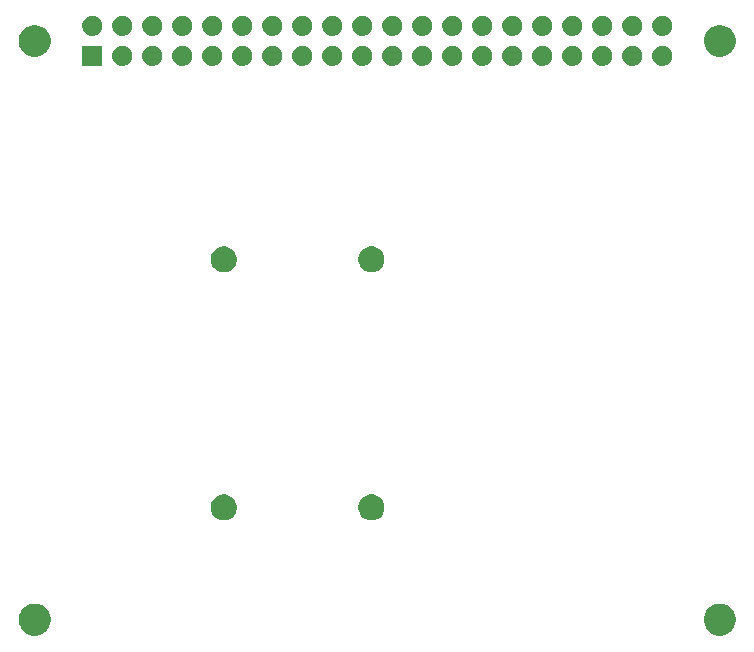
<source format=gbs>
G04 #@! TF.GenerationSoftware,KiCad,Pcbnew,(5.0.2)-1*
G04 #@! TF.CreationDate,2019-03-22T12:59:56+11:00*
G04 #@! TF.ProjectId,VeinCamHat,5665696e-4361-46d4-9861-742e6b696361,rev?*
G04 #@! TF.SameCoordinates,Original*
G04 #@! TF.FileFunction,Soldermask,Bot*
G04 #@! TF.FilePolarity,Negative*
%FSLAX46Y46*%
G04 Gerber Fmt 4.6, Leading zero omitted, Abs format (unit mm)*
G04 Created by KiCad (PCBNEW (5.0.2)-1) date 22/03/2019 12:59:56*
%MOMM*%
%LPD*%
G01*
G04 APERTURE LIST*
%ADD10C,0.150000*%
G04 APERTURE END LIST*
D10*
G36*
X261893779Y-145201879D02*
X262139466Y-145303646D01*
X262360576Y-145451387D01*
X262548613Y-145639424D01*
X262696354Y-145860534D01*
X262798121Y-146106221D01*
X262850000Y-146367035D01*
X262850000Y-146632965D01*
X262798121Y-146893779D01*
X262696354Y-147139466D01*
X262548613Y-147360576D01*
X262360576Y-147548613D01*
X262139466Y-147696354D01*
X261893779Y-147798121D01*
X261632965Y-147850000D01*
X261367035Y-147850000D01*
X261106221Y-147798121D01*
X260860534Y-147696354D01*
X260639424Y-147548613D01*
X260451387Y-147360576D01*
X260303646Y-147139466D01*
X260201879Y-146893779D01*
X260150000Y-146632965D01*
X260150000Y-146367035D01*
X260201879Y-146106221D01*
X260303646Y-145860534D01*
X260451387Y-145639424D01*
X260639424Y-145451387D01*
X260860534Y-145303646D01*
X261106221Y-145201879D01*
X261367035Y-145150000D01*
X261632965Y-145150000D01*
X261893779Y-145201879D01*
X261893779Y-145201879D01*
G37*
G36*
X203893779Y-145201879D02*
X204139466Y-145303646D01*
X204360576Y-145451387D01*
X204548613Y-145639424D01*
X204696354Y-145860534D01*
X204798121Y-146106221D01*
X204850000Y-146367035D01*
X204850000Y-146632965D01*
X204798121Y-146893779D01*
X204696354Y-147139466D01*
X204548613Y-147360576D01*
X204360576Y-147548613D01*
X204139466Y-147696354D01*
X203893779Y-147798121D01*
X203632965Y-147850000D01*
X203367035Y-147850000D01*
X203106221Y-147798121D01*
X202860534Y-147696354D01*
X202639424Y-147548613D01*
X202451387Y-147360576D01*
X202303646Y-147139466D01*
X202201879Y-146893779D01*
X202150000Y-146632965D01*
X202150000Y-146367035D01*
X202201879Y-146106221D01*
X202303646Y-145860534D01*
X202451387Y-145639424D01*
X202639424Y-145451387D01*
X202860534Y-145303646D01*
X203106221Y-145201879D01*
X203367035Y-145150000D01*
X203632965Y-145150000D01*
X203893779Y-145201879D01*
X203893779Y-145201879D01*
G37*
G36*
X232320858Y-135942272D02*
X232462411Y-136000906D01*
X232521045Y-136025193D01*
X232640884Y-136105267D01*
X232701211Y-136145576D01*
X232854424Y-136298789D01*
X232854425Y-136298791D01*
X232974807Y-136478955D01*
X232974807Y-136478956D01*
X233057728Y-136679142D01*
X233100000Y-136891659D01*
X233100000Y-137108341D01*
X233057728Y-137320858D01*
X232999094Y-137462411D01*
X232974807Y-137521045D01*
X232894733Y-137640884D01*
X232854424Y-137701211D01*
X232701211Y-137854424D01*
X232640884Y-137894733D01*
X232521045Y-137974807D01*
X232462411Y-137999094D01*
X232320858Y-138057728D01*
X232108341Y-138100000D01*
X231891659Y-138100000D01*
X231679142Y-138057728D01*
X231537589Y-137999094D01*
X231478955Y-137974807D01*
X231359116Y-137894733D01*
X231298789Y-137854424D01*
X231145576Y-137701211D01*
X231105267Y-137640884D01*
X231025193Y-137521045D01*
X231000906Y-137462411D01*
X230942272Y-137320858D01*
X230900000Y-137108341D01*
X230900000Y-136891659D01*
X230942272Y-136679142D01*
X231025193Y-136478956D01*
X231025193Y-136478955D01*
X231145575Y-136298791D01*
X231145576Y-136298789D01*
X231298789Y-136145576D01*
X231359116Y-136105267D01*
X231478955Y-136025193D01*
X231537589Y-136000906D01*
X231679142Y-135942272D01*
X231891659Y-135900000D01*
X232108341Y-135900000D01*
X232320858Y-135942272D01*
X232320858Y-135942272D01*
G37*
G36*
X219820858Y-135942272D02*
X219962411Y-136000906D01*
X220021045Y-136025193D01*
X220140884Y-136105267D01*
X220201211Y-136145576D01*
X220354424Y-136298789D01*
X220354425Y-136298791D01*
X220474807Y-136478955D01*
X220474807Y-136478956D01*
X220557728Y-136679142D01*
X220600000Y-136891659D01*
X220600000Y-137108341D01*
X220557728Y-137320858D01*
X220499094Y-137462411D01*
X220474807Y-137521045D01*
X220394733Y-137640884D01*
X220354424Y-137701211D01*
X220201211Y-137854424D01*
X220140884Y-137894733D01*
X220021045Y-137974807D01*
X219962411Y-137999094D01*
X219820858Y-138057728D01*
X219608341Y-138100000D01*
X219391659Y-138100000D01*
X219179142Y-138057728D01*
X219037589Y-137999094D01*
X218978955Y-137974807D01*
X218859116Y-137894733D01*
X218798789Y-137854424D01*
X218645576Y-137701211D01*
X218605267Y-137640884D01*
X218525193Y-137521045D01*
X218500906Y-137462411D01*
X218442272Y-137320858D01*
X218400000Y-137108341D01*
X218400000Y-136891659D01*
X218442272Y-136679142D01*
X218525193Y-136478956D01*
X218525193Y-136478955D01*
X218645575Y-136298791D01*
X218645576Y-136298789D01*
X218798789Y-136145576D01*
X218859116Y-136105267D01*
X218978955Y-136025193D01*
X219037589Y-136000906D01*
X219179142Y-135942272D01*
X219391659Y-135900000D01*
X219608341Y-135900000D01*
X219820858Y-135942272D01*
X219820858Y-135942272D01*
G37*
G36*
X232320858Y-114942272D02*
X232462411Y-115000906D01*
X232521045Y-115025193D01*
X232640884Y-115105267D01*
X232701211Y-115145576D01*
X232854424Y-115298789D01*
X232854425Y-115298791D01*
X232974807Y-115478955D01*
X232974807Y-115478956D01*
X233057728Y-115679142D01*
X233100000Y-115891659D01*
X233100000Y-116108341D01*
X233057728Y-116320858D01*
X232999094Y-116462411D01*
X232974807Y-116521045D01*
X232894733Y-116640884D01*
X232854424Y-116701211D01*
X232701211Y-116854424D01*
X232640884Y-116894733D01*
X232521045Y-116974807D01*
X232462411Y-116999094D01*
X232320858Y-117057728D01*
X232108341Y-117100000D01*
X231891659Y-117100000D01*
X231679142Y-117057728D01*
X231537589Y-116999094D01*
X231478955Y-116974807D01*
X231359116Y-116894733D01*
X231298789Y-116854424D01*
X231145576Y-116701211D01*
X231105267Y-116640884D01*
X231025193Y-116521045D01*
X231000906Y-116462411D01*
X230942272Y-116320858D01*
X230900000Y-116108341D01*
X230900000Y-115891659D01*
X230942272Y-115679142D01*
X231025193Y-115478956D01*
X231025193Y-115478955D01*
X231145575Y-115298791D01*
X231145576Y-115298789D01*
X231298789Y-115145576D01*
X231359116Y-115105267D01*
X231478955Y-115025193D01*
X231537589Y-115000906D01*
X231679142Y-114942272D01*
X231891659Y-114900000D01*
X232108341Y-114900000D01*
X232320858Y-114942272D01*
X232320858Y-114942272D01*
G37*
G36*
X219820858Y-114942272D02*
X219962411Y-115000906D01*
X220021045Y-115025193D01*
X220140884Y-115105267D01*
X220201211Y-115145576D01*
X220354424Y-115298789D01*
X220354425Y-115298791D01*
X220474807Y-115478955D01*
X220474807Y-115478956D01*
X220557728Y-115679142D01*
X220600000Y-115891659D01*
X220600000Y-116108341D01*
X220557728Y-116320858D01*
X220499094Y-116462411D01*
X220474807Y-116521045D01*
X220394733Y-116640884D01*
X220354424Y-116701211D01*
X220201211Y-116854424D01*
X220140884Y-116894733D01*
X220021045Y-116974807D01*
X219962411Y-116999094D01*
X219820858Y-117057728D01*
X219608341Y-117100000D01*
X219391659Y-117100000D01*
X219179142Y-117057728D01*
X219037589Y-116999094D01*
X218978955Y-116974807D01*
X218859116Y-116894733D01*
X218798789Y-116854424D01*
X218645576Y-116701211D01*
X218605267Y-116640884D01*
X218525193Y-116521045D01*
X218500906Y-116462411D01*
X218442272Y-116320858D01*
X218400000Y-116108341D01*
X218400000Y-115891659D01*
X218442272Y-115679142D01*
X218525193Y-115478956D01*
X218525193Y-115478955D01*
X218645575Y-115298791D01*
X218645576Y-115298789D01*
X218798789Y-115145576D01*
X218859116Y-115105267D01*
X218978955Y-115025193D01*
X219037589Y-115000906D01*
X219179142Y-114942272D01*
X219391659Y-114900000D01*
X219608341Y-114900000D01*
X219820858Y-114942272D01*
X219820858Y-114942272D01*
G37*
G36*
X254256629Y-97932299D02*
X254379563Y-97969591D01*
X254416855Y-97980903D01*
X254470712Y-98009691D01*
X254564517Y-98059830D01*
X254693948Y-98166052D01*
X254800170Y-98295483D01*
X254850309Y-98389288D01*
X254879097Y-98443145D01*
X254879097Y-98443146D01*
X254927701Y-98603371D01*
X254944112Y-98770000D01*
X254927701Y-98936629D01*
X254890409Y-99059563D01*
X254879097Y-99096855D01*
X254850309Y-99150712D01*
X254800170Y-99244517D01*
X254693948Y-99373948D01*
X254564517Y-99480170D01*
X254470712Y-99530309D01*
X254416855Y-99559097D01*
X254379563Y-99570409D01*
X254256629Y-99607701D01*
X254131753Y-99620000D01*
X254048247Y-99620000D01*
X253923371Y-99607701D01*
X253800437Y-99570409D01*
X253763145Y-99559097D01*
X253709288Y-99530309D01*
X253615483Y-99480170D01*
X253486052Y-99373948D01*
X253379830Y-99244517D01*
X253329691Y-99150712D01*
X253300903Y-99096855D01*
X253289591Y-99059563D01*
X253252299Y-98936629D01*
X253235888Y-98770000D01*
X253252299Y-98603371D01*
X253300903Y-98443146D01*
X253300903Y-98443145D01*
X253329691Y-98389288D01*
X253379830Y-98295483D01*
X253486052Y-98166052D01*
X253615483Y-98059830D01*
X253709288Y-98009691D01*
X253763145Y-97980903D01*
X253800437Y-97969591D01*
X253923371Y-97932299D01*
X254048247Y-97920000D01*
X254131753Y-97920000D01*
X254256629Y-97932299D01*
X254256629Y-97932299D01*
G37*
G36*
X256796629Y-97932299D02*
X256919563Y-97969591D01*
X256956855Y-97980903D01*
X257010712Y-98009691D01*
X257104517Y-98059830D01*
X257233948Y-98166052D01*
X257340170Y-98295483D01*
X257390309Y-98389288D01*
X257419097Y-98443145D01*
X257419097Y-98443146D01*
X257467701Y-98603371D01*
X257484112Y-98770000D01*
X257467701Y-98936629D01*
X257430409Y-99059563D01*
X257419097Y-99096855D01*
X257390309Y-99150712D01*
X257340170Y-99244517D01*
X257233948Y-99373948D01*
X257104517Y-99480170D01*
X257010712Y-99530309D01*
X256956855Y-99559097D01*
X256919563Y-99570409D01*
X256796629Y-99607701D01*
X256671753Y-99620000D01*
X256588247Y-99620000D01*
X256463371Y-99607701D01*
X256340437Y-99570409D01*
X256303145Y-99559097D01*
X256249288Y-99530309D01*
X256155483Y-99480170D01*
X256026052Y-99373948D01*
X255919830Y-99244517D01*
X255869691Y-99150712D01*
X255840903Y-99096855D01*
X255829591Y-99059563D01*
X255792299Y-98936629D01*
X255775888Y-98770000D01*
X255792299Y-98603371D01*
X255840903Y-98443146D01*
X255840903Y-98443145D01*
X255869691Y-98389288D01*
X255919830Y-98295483D01*
X256026052Y-98166052D01*
X256155483Y-98059830D01*
X256249288Y-98009691D01*
X256303145Y-97980903D01*
X256340437Y-97969591D01*
X256463371Y-97932299D01*
X256588247Y-97920000D01*
X256671753Y-97920000D01*
X256796629Y-97932299D01*
X256796629Y-97932299D01*
G37*
G36*
X251716629Y-97932299D02*
X251839563Y-97969591D01*
X251876855Y-97980903D01*
X251930712Y-98009691D01*
X252024517Y-98059830D01*
X252153948Y-98166052D01*
X252260170Y-98295483D01*
X252310309Y-98389288D01*
X252339097Y-98443145D01*
X252339097Y-98443146D01*
X252387701Y-98603371D01*
X252404112Y-98770000D01*
X252387701Y-98936629D01*
X252350409Y-99059563D01*
X252339097Y-99096855D01*
X252310309Y-99150712D01*
X252260170Y-99244517D01*
X252153948Y-99373948D01*
X252024517Y-99480170D01*
X251930712Y-99530309D01*
X251876855Y-99559097D01*
X251839563Y-99570409D01*
X251716629Y-99607701D01*
X251591753Y-99620000D01*
X251508247Y-99620000D01*
X251383371Y-99607701D01*
X251260437Y-99570409D01*
X251223145Y-99559097D01*
X251169288Y-99530309D01*
X251075483Y-99480170D01*
X250946052Y-99373948D01*
X250839830Y-99244517D01*
X250789691Y-99150712D01*
X250760903Y-99096855D01*
X250749591Y-99059563D01*
X250712299Y-98936629D01*
X250695888Y-98770000D01*
X250712299Y-98603371D01*
X250760903Y-98443146D01*
X250760903Y-98443145D01*
X250789691Y-98389288D01*
X250839830Y-98295483D01*
X250946052Y-98166052D01*
X251075483Y-98059830D01*
X251169288Y-98009691D01*
X251223145Y-97980903D01*
X251260437Y-97969591D01*
X251383371Y-97932299D01*
X251508247Y-97920000D01*
X251591753Y-97920000D01*
X251716629Y-97932299D01*
X251716629Y-97932299D01*
G37*
G36*
X249176629Y-97932299D02*
X249299563Y-97969591D01*
X249336855Y-97980903D01*
X249390712Y-98009691D01*
X249484517Y-98059830D01*
X249613948Y-98166052D01*
X249720170Y-98295483D01*
X249770309Y-98389288D01*
X249799097Y-98443145D01*
X249799097Y-98443146D01*
X249847701Y-98603371D01*
X249864112Y-98770000D01*
X249847701Y-98936629D01*
X249810409Y-99059563D01*
X249799097Y-99096855D01*
X249770309Y-99150712D01*
X249720170Y-99244517D01*
X249613948Y-99373948D01*
X249484517Y-99480170D01*
X249390712Y-99530309D01*
X249336855Y-99559097D01*
X249299563Y-99570409D01*
X249176629Y-99607701D01*
X249051753Y-99620000D01*
X248968247Y-99620000D01*
X248843371Y-99607701D01*
X248720437Y-99570409D01*
X248683145Y-99559097D01*
X248629288Y-99530309D01*
X248535483Y-99480170D01*
X248406052Y-99373948D01*
X248299830Y-99244517D01*
X248249691Y-99150712D01*
X248220903Y-99096855D01*
X248209591Y-99059563D01*
X248172299Y-98936629D01*
X248155888Y-98770000D01*
X248172299Y-98603371D01*
X248220903Y-98443146D01*
X248220903Y-98443145D01*
X248249691Y-98389288D01*
X248299830Y-98295483D01*
X248406052Y-98166052D01*
X248535483Y-98059830D01*
X248629288Y-98009691D01*
X248683145Y-97980903D01*
X248720437Y-97969591D01*
X248843371Y-97932299D01*
X248968247Y-97920000D01*
X249051753Y-97920000D01*
X249176629Y-97932299D01*
X249176629Y-97932299D01*
G37*
G36*
X246636629Y-97932299D02*
X246759563Y-97969591D01*
X246796855Y-97980903D01*
X246850712Y-98009691D01*
X246944517Y-98059830D01*
X247073948Y-98166052D01*
X247180170Y-98295483D01*
X247230309Y-98389288D01*
X247259097Y-98443145D01*
X247259097Y-98443146D01*
X247307701Y-98603371D01*
X247324112Y-98770000D01*
X247307701Y-98936629D01*
X247270409Y-99059563D01*
X247259097Y-99096855D01*
X247230309Y-99150712D01*
X247180170Y-99244517D01*
X247073948Y-99373948D01*
X246944517Y-99480170D01*
X246850712Y-99530309D01*
X246796855Y-99559097D01*
X246759563Y-99570409D01*
X246636629Y-99607701D01*
X246511753Y-99620000D01*
X246428247Y-99620000D01*
X246303371Y-99607701D01*
X246180437Y-99570409D01*
X246143145Y-99559097D01*
X246089288Y-99530309D01*
X245995483Y-99480170D01*
X245866052Y-99373948D01*
X245759830Y-99244517D01*
X245709691Y-99150712D01*
X245680903Y-99096855D01*
X245669591Y-99059563D01*
X245632299Y-98936629D01*
X245615888Y-98770000D01*
X245632299Y-98603371D01*
X245680903Y-98443146D01*
X245680903Y-98443145D01*
X245709691Y-98389288D01*
X245759830Y-98295483D01*
X245866052Y-98166052D01*
X245995483Y-98059830D01*
X246089288Y-98009691D01*
X246143145Y-97980903D01*
X246180437Y-97969591D01*
X246303371Y-97932299D01*
X246428247Y-97920000D01*
X246511753Y-97920000D01*
X246636629Y-97932299D01*
X246636629Y-97932299D01*
G37*
G36*
X241556629Y-97932299D02*
X241679563Y-97969591D01*
X241716855Y-97980903D01*
X241770712Y-98009691D01*
X241864517Y-98059830D01*
X241993948Y-98166052D01*
X242100170Y-98295483D01*
X242150309Y-98389288D01*
X242179097Y-98443145D01*
X242179097Y-98443146D01*
X242227701Y-98603371D01*
X242244112Y-98770000D01*
X242227701Y-98936629D01*
X242190409Y-99059563D01*
X242179097Y-99096855D01*
X242150309Y-99150712D01*
X242100170Y-99244517D01*
X241993948Y-99373948D01*
X241864517Y-99480170D01*
X241770712Y-99530309D01*
X241716855Y-99559097D01*
X241679563Y-99570409D01*
X241556629Y-99607701D01*
X241431753Y-99620000D01*
X241348247Y-99620000D01*
X241223371Y-99607701D01*
X241100437Y-99570409D01*
X241063145Y-99559097D01*
X241009288Y-99530309D01*
X240915483Y-99480170D01*
X240786052Y-99373948D01*
X240679830Y-99244517D01*
X240629691Y-99150712D01*
X240600903Y-99096855D01*
X240589591Y-99059563D01*
X240552299Y-98936629D01*
X240535888Y-98770000D01*
X240552299Y-98603371D01*
X240600903Y-98443146D01*
X240600903Y-98443145D01*
X240629691Y-98389288D01*
X240679830Y-98295483D01*
X240786052Y-98166052D01*
X240915483Y-98059830D01*
X241009288Y-98009691D01*
X241063145Y-97980903D01*
X241100437Y-97969591D01*
X241223371Y-97932299D01*
X241348247Y-97920000D01*
X241431753Y-97920000D01*
X241556629Y-97932299D01*
X241556629Y-97932299D01*
G37*
G36*
X239016629Y-97932299D02*
X239139563Y-97969591D01*
X239176855Y-97980903D01*
X239230712Y-98009691D01*
X239324517Y-98059830D01*
X239453948Y-98166052D01*
X239560170Y-98295483D01*
X239610309Y-98389288D01*
X239639097Y-98443145D01*
X239639097Y-98443146D01*
X239687701Y-98603371D01*
X239704112Y-98770000D01*
X239687701Y-98936629D01*
X239650409Y-99059563D01*
X239639097Y-99096855D01*
X239610309Y-99150712D01*
X239560170Y-99244517D01*
X239453948Y-99373948D01*
X239324517Y-99480170D01*
X239230712Y-99530309D01*
X239176855Y-99559097D01*
X239139563Y-99570409D01*
X239016629Y-99607701D01*
X238891753Y-99620000D01*
X238808247Y-99620000D01*
X238683371Y-99607701D01*
X238560437Y-99570409D01*
X238523145Y-99559097D01*
X238469288Y-99530309D01*
X238375483Y-99480170D01*
X238246052Y-99373948D01*
X238139830Y-99244517D01*
X238089691Y-99150712D01*
X238060903Y-99096855D01*
X238049591Y-99059563D01*
X238012299Y-98936629D01*
X237995888Y-98770000D01*
X238012299Y-98603371D01*
X238060903Y-98443146D01*
X238060903Y-98443145D01*
X238089691Y-98389288D01*
X238139830Y-98295483D01*
X238246052Y-98166052D01*
X238375483Y-98059830D01*
X238469288Y-98009691D01*
X238523145Y-97980903D01*
X238560437Y-97969591D01*
X238683371Y-97932299D01*
X238808247Y-97920000D01*
X238891753Y-97920000D01*
X239016629Y-97932299D01*
X239016629Y-97932299D01*
G37*
G36*
X236476629Y-97932299D02*
X236599563Y-97969591D01*
X236636855Y-97980903D01*
X236690712Y-98009691D01*
X236784517Y-98059830D01*
X236913948Y-98166052D01*
X237020170Y-98295483D01*
X237070309Y-98389288D01*
X237099097Y-98443145D01*
X237099097Y-98443146D01*
X237147701Y-98603371D01*
X237164112Y-98770000D01*
X237147701Y-98936629D01*
X237110409Y-99059563D01*
X237099097Y-99096855D01*
X237070309Y-99150712D01*
X237020170Y-99244517D01*
X236913948Y-99373948D01*
X236784517Y-99480170D01*
X236690712Y-99530309D01*
X236636855Y-99559097D01*
X236599563Y-99570409D01*
X236476629Y-99607701D01*
X236351753Y-99620000D01*
X236268247Y-99620000D01*
X236143371Y-99607701D01*
X236020437Y-99570409D01*
X235983145Y-99559097D01*
X235929288Y-99530309D01*
X235835483Y-99480170D01*
X235706052Y-99373948D01*
X235599830Y-99244517D01*
X235549691Y-99150712D01*
X235520903Y-99096855D01*
X235509591Y-99059563D01*
X235472299Y-98936629D01*
X235455888Y-98770000D01*
X235472299Y-98603371D01*
X235520903Y-98443146D01*
X235520903Y-98443145D01*
X235549691Y-98389288D01*
X235599830Y-98295483D01*
X235706052Y-98166052D01*
X235835483Y-98059830D01*
X235929288Y-98009691D01*
X235983145Y-97980903D01*
X236020437Y-97969591D01*
X236143371Y-97932299D01*
X236268247Y-97920000D01*
X236351753Y-97920000D01*
X236476629Y-97932299D01*
X236476629Y-97932299D01*
G37*
G36*
X233936629Y-97932299D02*
X234059563Y-97969591D01*
X234096855Y-97980903D01*
X234150712Y-98009691D01*
X234244517Y-98059830D01*
X234373948Y-98166052D01*
X234480170Y-98295483D01*
X234530309Y-98389288D01*
X234559097Y-98443145D01*
X234559097Y-98443146D01*
X234607701Y-98603371D01*
X234624112Y-98770000D01*
X234607701Y-98936629D01*
X234570409Y-99059563D01*
X234559097Y-99096855D01*
X234530309Y-99150712D01*
X234480170Y-99244517D01*
X234373948Y-99373948D01*
X234244517Y-99480170D01*
X234150712Y-99530309D01*
X234096855Y-99559097D01*
X234059563Y-99570409D01*
X233936629Y-99607701D01*
X233811753Y-99620000D01*
X233728247Y-99620000D01*
X233603371Y-99607701D01*
X233480437Y-99570409D01*
X233443145Y-99559097D01*
X233389288Y-99530309D01*
X233295483Y-99480170D01*
X233166052Y-99373948D01*
X233059830Y-99244517D01*
X233009691Y-99150712D01*
X232980903Y-99096855D01*
X232969591Y-99059563D01*
X232932299Y-98936629D01*
X232915888Y-98770000D01*
X232932299Y-98603371D01*
X232980903Y-98443146D01*
X232980903Y-98443145D01*
X233009691Y-98389288D01*
X233059830Y-98295483D01*
X233166052Y-98166052D01*
X233295483Y-98059830D01*
X233389288Y-98009691D01*
X233443145Y-97980903D01*
X233480437Y-97969591D01*
X233603371Y-97932299D01*
X233728247Y-97920000D01*
X233811753Y-97920000D01*
X233936629Y-97932299D01*
X233936629Y-97932299D01*
G37*
G36*
X231396629Y-97932299D02*
X231519563Y-97969591D01*
X231556855Y-97980903D01*
X231610712Y-98009691D01*
X231704517Y-98059830D01*
X231833948Y-98166052D01*
X231940170Y-98295483D01*
X231990309Y-98389288D01*
X232019097Y-98443145D01*
X232019097Y-98443146D01*
X232067701Y-98603371D01*
X232084112Y-98770000D01*
X232067701Y-98936629D01*
X232030409Y-99059563D01*
X232019097Y-99096855D01*
X231990309Y-99150712D01*
X231940170Y-99244517D01*
X231833948Y-99373948D01*
X231704517Y-99480170D01*
X231610712Y-99530309D01*
X231556855Y-99559097D01*
X231519563Y-99570409D01*
X231396629Y-99607701D01*
X231271753Y-99620000D01*
X231188247Y-99620000D01*
X231063371Y-99607701D01*
X230940437Y-99570409D01*
X230903145Y-99559097D01*
X230849288Y-99530309D01*
X230755483Y-99480170D01*
X230626052Y-99373948D01*
X230519830Y-99244517D01*
X230469691Y-99150712D01*
X230440903Y-99096855D01*
X230429591Y-99059563D01*
X230392299Y-98936629D01*
X230375888Y-98770000D01*
X230392299Y-98603371D01*
X230440903Y-98443146D01*
X230440903Y-98443145D01*
X230469691Y-98389288D01*
X230519830Y-98295483D01*
X230626052Y-98166052D01*
X230755483Y-98059830D01*
X230849288Y-98009691D01*
X230903145Y-97980903D01*
X230940437Y-97969591D01*
X231063371Y-97932299D01*
X231188247Y-97920000D01*
X231271753Y-97920000D01*
X231396629Y-97932299D01*
X231396629Y-97932299D01*
G37*
G36*
X226316629Y-97932299D02*
X226439563Y-97969591D01*
X226476855Y-97980903D01*
X226530712Y-98009691D01*
X226624517Y-98059830D01*
X226753948Y-98166052D01*
X226860170Y-98295483D01*
X226910309Y-98389288D01*
X226939097Y-98443145D01*
X226939097Y-98443146D01*
X226987701Y-98603371D01*
X227004112Y-98770000D01*
X226987701Y-98936629D01*
X226950409Y-99059563D01*
X226939097Y-99096855D01*
X226910309Y-99150712D01*
X226860170Y-99244517D01*
X226753948Y-99373948D01*
X226624517Y-99480170D01*
X226530712Y-99530309D01*
X226476855Y-99559097D01*
X226439563Y-99570409D01*
X226316629Y-99607701D01*
X226191753Y-99620000D01*
X226108247Y-99620000D01*
X225983371Y-99607701D01*
X225860437Y-99570409D01*
X225823145Y-99559097D01*
X225769288Y-99530309D01*
X225675483Y-99480170D01*
X225546052Y-99373948D01*
X225439830Y-99244517D01*
X225389691Y-99150712D01*
X225360903Y-99096855D01*
X225349591Y-99059563D01*
X225312299Y-98936629D01*
X225295888Y-98770000D01*
X225312299Y-98603371D01*
X225360903Y-98443146D01*
X225360903Y-98443145D01*
X225389691Y-98389288D01*
X225439830Y-98295483D01*
X225546052Y-98166052D01*
X225675483Y-98059830D01*
X225769288Y-98009691D01*
X225823145Y-97980903D01*
X225860437Y-97969591D01*
X225983371Y-97932299D01*
X226108247Y-97920000D01*
X226191753Y-97920000D01*
X226316629Y-97932299D01*
X226316629Y-97932299D01*
G37*
G36*
X223776629Y-97932299D02*
X223899563Y-97969591D01*
X223936855Y-97980903D01*
X223990712Y-98009691D01*
X224084517Y-98059830D01*
X224213948Y-98166052D01*
X224320170Y-98295483D01*
X224370309Y-98389288D01*
X224399097Y-98443145D01*
X224399097Y-98443146D01*
X224447701Y-98603371D01*
X224464112Y-98770000D01*
X224447701Y-98936629D01*
X224410409Y-99059563D01*
X224399097Y-99096855D01*
X224370309Y-99150712D01*
X224320170Y-99244517D01*
X224213948Y-99373948D01*
X224084517Y-99480170D01*
X223990712Y-99530309D01*
X223936855Y-99559097D01*
X223899563Y-99570409D01*
X223776629Y-99607701D01*
X223651753Y-99620000D01*
X223568247Y-99620000D01*
X223443371Y-99607701D01*
X223320437Y-99570409D01*
X223283145Y-99559097D01*
X223229288Y-99530309D01*
X223135483Y-99480170D01*
X223006052Y-99373948D01*
X222899830Y-99244517D01*
X222849691Y-99150712D01*
X222820903Y-99096855D01*
X222809591Y-99059563D01*
X222772299Y-98936629D01*
X222755888Y-98770000D01*
X222772299Y-98603371D01*
X222820903Y-98443146D01*
X222820903Y-98443145D01*
X222849691Y-98389288D01*
X222899830Y-98295483D01*
X223006052Y-98166052D01*
X223135483Y-98059830D01*
X223229288Y-98009691D01*
X223283145Y-97980903D01*
X223320437Y-97969591D01*
X223443371Y-97932299D01*
X223568247Y-97920000D01*
X223651753Y-97920000D01*
X223776629Y-97932299D01*
X223776629Y-97932299D01*
G37*
G36*
X221236629Y-97932299D02*
X221359563Y-97969591D01*
X221396855Y-97980903D01*
X221450712Y-98009691D01*
X221544517Y-98059830D01*
X221673948Y-98166052D01*
X221780170Y-98295483D01*
X221830309Y-98389288D01*
X221859097Y-98443145D01*
X221859097Y-98443146D01*
X221907701Y-98603371D01*
X221924112Y-98770000D01*
X221907701Y-98936629D01*
X221870409Y-99059563D01*
X221859097Y-99096855D01*
X221830309Y-99150712D01*
X221780170Y-99244517D01*
X221673948Y-99373948D01*
X221544517Y-99480170D01*
X221450712Y-99530309D01*
X221396855Y-99559097D01*
X221359563Y-99570409D01*
X221236629Y-99607701D01*
X221111753Y-99620000D01*
X221028247Y-99620000D01*
X220903371Y-99607701D01*
X220780437Y-99570409D01*
X220743145Y-99559097D01*
X220689288Y-99530309D01*
X220595483Y-99480170D01*
X220466052Y-99373948D01*
X220359830Y-99244517D01*
X220309691Y-99150712D01*
X220280903Y-99096855D01*
X220269591Y-99059563D01*
X220232299Y-98936629D01*
X220215888Y-98770000D01*
X220232299Y-98603371D01*
X220280903Y-98443146D01*
X220280903Y-98443145D01*
X220309691Y-98389288D01*
X220359830Y-98295483D01*
X220466052Y-98166052D01*
X220595483Y-98059830D01*
X220689288Y-98009691D01*
X220743145Y-97980903D01*
X220780437Y-97969591D01*
X220903371Y-97932299D01*
X221028247Y-97920000D01*
X221111753Y-97920000D01*
X221236629Y-97932299D01*
X221236629Y-97932299D01*
G37*
G36*
X218696629Y-97932299D02*
X218819563Y-97969591D01*
X218856855Y-97980903D01*
X218910712Y-98009691D01*
X219004517Y-98059830D01*
X219133948Y-98166052D01*
X219240170Y-98295483D01*
X219290309Y-98389288D01*
X219319097Y-98443145D01*
X219319097Y-98443146D01*
X219367701Y-98603371D01*
X219384112Y-98770000D01*
X219367701Y-98936629D01*
X219330409Y-99059563D01*
X219319097Y-99096855D01*
X219290309Y-99150712D01*
X219240170Y-99244517D01*
X219133948Y-99373948D01*
X219004517Y-99480170D01*
X218910712Y-99530309D01*
X218856855Y-99559097D01*
X218819563Y-99570409D01*
X218696629Y-99607701D01*
X218571753Y-99620000D01*
X218488247Y-99620000D01*
X218363371Y-99607701D01*
X218240437Y-99570409D01*
X218203145Y-99559097D01*
X218149288Y-99530309D01*
X218055483Y-99480170D01*
X217926052Y-99373948D01*
X217819830Y-99244517D01*
X217769691Y-99150712D01*
X217740903Y-99096855D01*
X217729591Y-99059563D01*
X217692299Y-98936629D01*
X217675888Y-98770000D01*
X217692299Y-98603371D01*
X217740903Y-98443146D01*
X217740903Y-98443145D01*
X217769691Y-98389288D01*
X217819830Y-98295483D01*
X217926052Y-98166052D01*
X218055483Y-98059830D01*
X218149288Y-98009691D01*
X218203145Y-97980903D01*
X218240437Y-97969591D01*
X218363371Y-97932299D01*
X218488247Y-97920000D01*
X218571753Y-97920000D01*
X218696629Y-97932299D01*
X218696629Y-97932299D01*
G37*
G36*
X216156629Y-97932299D02*
X216279563Y-97969591D01*
X216316855Y-97980903D01*
X216370712Y-98009691D01*
X216464517Y-98059830D01*
X216593948Y-98166052D01*
X216700170Y-98295483D01*
X216750309Y-98389288D01*
X216779097Y-98443145D01*
X216779097Y-98443146D01*
X216827701Y-98603371D01*
X216844112Y-98770000D01*
X216827701Y-98936629D01*
X216790409Y-99059563D01*
X216779097Y-99096855D01*
X216750309Y-99150712D01*
X216700170Y-99244517D01*
X216593948Y-99373948D01*
X216464517Y-99480170D01*
X216370712Y-99530309D01*
X216316855Y-99559097D01*
X216279563Y-99570409D01*
X216156629Y-99607701D01*
X216031753Y-99620000D01*
X215948247Y-99620000D01*
X215823371Y-99607701D01*
X215700437Y-99570409D01*
X215663145Y-99559097D01*
X215609288Y-99530309D01*
X215515483Y-99480170D01*
X215386052Y-99373948D01*
X215279830Y-99244517D01*
X215229691Y-99150712D01*
X215200903Y-99096855D01*
X215189591Y-99059563D01*
X215152299Y-98936629D01*
X215135888Y-98770000D01*
X215152299Y-98603371D01*
X215200903Y-98443146D01*
X215200903Y-98443145D01*
X215229691Y-98389288D01*
X215279830Y-98295483D01*
X215386052Y-98166052D01*
X215515483Y-98059830D01*
X215609288Y-98009691D01*
X215663145Y-97980903D01*
X215700437Y-97969591D01*
X215823371Y-97932299D01*
X215948247Y-97920000D01*
X216031753Y-97920000D01*
X216156629Y-97932299D01*
X216156629Y-97932299D01*
G37*
G36*
X213616629Y-97932299D02*
X213739563Y-97969591D01*
X213776855Y-97980903D01*
X213830712Y-98009691D01*
X213924517Y-98059830D01*
X214053948Y-98166052D01*
X214160170Y-98295483D01*
X214210309Y-98389288D01*
X214239097Y-98443145D01*
X214239097Y-98443146D01*
X214287701Y-98603371D01*
X214304112Y-98770000D01*
X214287701Y-98936629D01*
X214250409Y-99059563D01*
X214239097Y-99096855D01*
X214210309Y-99150712D01*
X214160170Y-99244517D01*
X214053948Y-99373948D01*
X213924517Y-99480170D01*
X213830712Y-99530309D01*
X213776855Y-99559097D01*
X213739563Y-99570409D01*
X213616629Y-99607701D01*
X213491753Y-99620000D01*
X213408247Y-99620000D01*
X213283371Y-99607701D01*
X213160437Y-99570409D01*
X213123145Y-99559097D01*
X213069288Y-99530309D01*
X212975483Y-99480170D01*
X212846052Y-99373948D01*
X212739830Y-99244517D01*
X212689691Y-99150712D01*
X212660903Y-99096855D01*
X212649591Y-99059563D01*
X212612299Y-98936629D01*
X212595888Y-98770000D01*
X212612299Y-98603371D01*
X212660903Y-98443146D01*
X212660903Y-98443145D01*
X212689691Y-98389288D01*
X212739830Y-98295483D01*
X212846052Y-98166052D01*
X212975483Y-98059830D01*
X213069288Y-98009691D01*
X213123145Y-97980903D01*
X213160437Y-97969591D01*
X213283371Y-97932299D01*
X213408247Y-97920000D01*
X213491753Y-97920000D01*
X213616629Y-97932299D01*
X213616629Y-97932299D01*
G37*
G36*
X211076629Y-97932299D02*
X211199563Y-97969591D01*
X211236855Y-97980903D01*
X211290712Y-98009691D01*
X211384517Y-98059830D01*
X211513948Y-98166052D01*
X211620170Y-98295483D01*
X211670309Y-98389288D01*
X211699097Y-98443145D01*
X211699097Y-98443146D01*
X211747701Y-98603371D01*
X211764112Y-98770000D01*
X211747701Y-98936629D01*
X211710409Y-99059563D01*
X211699097Y-99096855D01*
X211670309Y-99150712D01*
X211620170Y-99244517D01*
X211513948Y-99373948D01*
X211384517Y-99480170D01*
X211290712Y-99530309D01*
X211236855Y-99559097D01*
X211199563Y-99570409D01*
X211076629Y-99607701D01*
X210951753Y-99620000D01*
X210868247Y-99620000D01*
X210743371Y-99607701D01*
X210620437Y-99570409D01*
X210583145Y-99559097D01*
X210529288Y-99530309D01*
X210435483Y-99480170D01*
X210306052Y-99373948D01*
X210199830Y-99244517D01*
X210149691Y-99150712D01*
X210120903Y-99096855D01*
X210109591Y-99059563D01*
X210072299Y-98936629D01*
X210055888Y-98770000D01*
X210072299Y-98603371D01*
X210120903Y-98443146D01*
X210120903Y-98443145D01*
X210149691Y-98389288D01*
X210199830Y-98295483D01*
X210306052Y-98166052D01*
X210435483Y-98059830D01*
X210529288Y-98009691D01*
X210583145Y-97980903D01*
X210620437Y-97969591D01*
X210743371Y-97932299D01*
X210868247Y-97920000D01*
X210951753Y-97920000D01*
X211076629Y-97932299D01*
X211076629Y-97932299D01*
G37*
G36*
X244096629Y-97932299D02*
X244219563Y-97969591D01*
X244256855Y-97980903D01*
X244310712Y-98009691D01*
X244404517Y-98059830D01*
X244533948Y-98166052D01*
X244640170Y-98295483D01*
X244690309Y-98389288D01*
X244719097Y-98443145D01*
X244719097Y-98443146D01*
X244767701Y-98603371D01*
X244784112Y-98770000D01*
X244767701Y-98936629D01*
X244730409Y-99059563D01*
X244719097Y-99096855D01*
X244690309Y-99150712D01*
X244640170Y-99244517D01*
X244533948Y-99373948D01*
X244404517Y-99480170D01*
X244310712Y-99530309D01*
X244256855Y-99559097D01*
X244219563Y-99570409D01*
X244096629Y-99607701D01*
X243971753Y-99620000D01*
X243888247Y-99620000D01*
X243763371Y-99607701D01*
X243640437Y-99570409D01*
X243603145Y-99559097D01*
X243549288Y-99530309D01*
X243455483Y-99480170D01*
X243326052Y-99373948D01*
X243219830Y-99244517D01*
X243169691Y-99150712D01*
X243140903Y-99096855D01*
X243129591Y-99059563D01*
X243092299Y-98936629D01*
X243075888Y-98770000D01*
X243092299Y-98603371D01*
X243140903Y-98443146D01*
X243140903Y-98443145D01*
X243169691Y-98389288D01*
X243219830Y-98295483D01*
X243326052Y-98166052D01*
X243455483Y-98059830D01*
X243549288Y-98009691D01*
X243603145Y-97980903D01*
X243640437Y-97969591D01*
X243763371Y-97932299D01*
X243888247Y-97920000D01*
X243971753Y-97920000D01*
X244096629Y-97932299D01*
X244096629Y-97932299D01*
G37*
G36*
X209220000Y-99620000D02*
X207520000Y-99620000D01*
X207520000Y-97920000D01*
X209220000Y-97920000D01*
X209220000Y-99620000D01*
X209220000Y-99620000D01*
G37*
G36*
X228856629Y-97932299D02*
X228979563Y-97969591D01*
X229016855Y-97980903D01*
X229070712Y-98009691D01*
X229164517Y-98059830D01*
X229293948Y-98166052D01*
X229400170Y-98295483D01*
X229450309Y-98389288D01*
X229479097Y-98443145D01*
X229479097Y-98443146D01*
X229527701Y-98603371D01*
X229544112Y-98770000D01*
X229527701Y-98936629D01*
X229490409Y-99059563D01*
X229479097Y-99096855D01*
X229450309Y-99150712D01*
X229400170Y-99244517D01*
X229293948Y-99373948D01*
X229164517Y-99480170D01*
X229070712Y-99530309D01*
X229016855Y-99559097D01*
X228979563Y-99570409D01*
X228856629Y-99607701D01*
X228731753Y-99620000D01*
X228648247Y-99620000D01*
X228523371Y-99607701D01*
X228400437Y-99570409D01*
X228363145Y-99559097D01*
X228309288Y-99530309D01*
X228215483Y-99480170D01*
X228086052Y-99373948D01*
X227979830Y-99244517D01*
X227929691Y-99150712D01*
X227900903Y-99096855D01*
X227889591Y-99059563D01*
X227852299Y-98936629D01*
X227835888Y-98770000D01*
X227852299Y-98603371D01*
X227900903Y-98443146D01*
X227900903Y-98443145D01*
X227929691Y-98389288D01*
X227979830Y-98295483D01*
X228086052Y-98166052D01*
X228215483Y-98059830D01*
X228309288Y-98009691D01*
X228363145Y-97980903D01*
X228400437Y-97969591D01*
X228523371Y-97932299D01*
X228648247Y-97920000D01*
X228731753Y-97920000D01*
X228856629Y-97932299D01*
X228856629Y-97932299D01*
G37*
G36*
X261893779Y-96201879D02*
X262139466Y-96303646D01*
X262360576Y-96451387D01*
X262548613Y-96639424D01*
X262696354Y-96860534D01*
X262798121Y-97106221D01*
X262850000Y-97367035D01*
X262850000Y-97632965D01*
X262798121Y-97893779D01*
X262696354Y-98139466D01*
X262548613Y-98360576D01*
X262360576Y-98548613D01*
X262139466Y-98696354D01*
X261893779Y-98798121D01*
X261632965Y-98850000D01*
X261367035Y-98850000D01*
X261106221Y-98798121D01*
X260860534Y-98696354D01*
X260639424Y-98548613D01*
X260451387Y-98360576D01*
X260303646Y-98139466D01*
X260201879Y-97893779D01*
X260150000Y-97632965D01*
X260150000Y-97367035D01*
X260201879Y-97106221D01*
X260303646Y-96860534D01*
X260451387Y-96639424D01*
X260639424Y-96451387D01*
X260860534Y-96303646D01*
X261106221Y-96201879D01*
X261367035Y-96150000D01*
X261632965Y-96150000D01*
X261893779Y-96201879D01*
X261893779Y-96201879D01*
G37*
G36*
X203893779Y-96201879D02*
X204139466Y-96303646D01*
X204360576Y-96451387D01*
X204548613Y-96639424D01*
X204696354Y-96860534D01*
X204798121Y-97106221D01*
X204850000Y-97367035D01*
X204850000Y-97632965D01*
X204798121Y-97893779D01*
X204696354Y-98139466D01*
X204548613Y-98360576D01*
X204360576Y-98548613D01*
X204139466Y-98696354D01*
X203893779Y-98798121D01*
X203632965Y-98850000D01*
X203367035Y-98850000D01*
X203106221Y-98798121D01*
X202860534Y-98696354D01*
X202639424Y-98548613D01*
X202451387Y-98360576D01*
X202303646Y-98139466D01*
X202201879Y-97893779D01*
X202150000Y-97632965D01*
X202150000Y-97367035D01*
X202201879Y-97106221D01*
X202303646Y-96860534D01*
X202451387Y-96639424D01*
X202639424Y-96451387D01*
X202860534Y-96303646D01*
X203106221Y-96201879D01*
X203367035Y-96150000D01*
X203632965Y-96150000D01*
X203893779Y-96201879D01*
X203893779Y-96201879D01*
G37*
G36*
X241556629Y-95392299D02*
X241679563Y-95429591D01*
X241716855Y-95440903D01*
X241770712Y-95469691D01*
X241864517Y-95519830D01*
X241993948Y-95626052D01*
X242100170Y-95755483D01*
X242150309Y-95849288D01*
X242179097Y-95903145D01*
X242179097Y-95903146D01*
X242227701Y-96063371D01*
X242244112Y-96230000D01*
X242227701Y-96396629D01*
X242211090Y-96451387D01*
X242179097Y-96556855D01*
X242150309Y-96610712D01*
X242100170Y-96704517D01*
X241993948Y-96833948D01*
X241864517Y-96940170D01*
X241770712Y-96990309D01*
X241716855Y-97019097D01*
X241679563Y-97030409D01*
X241556629Y-97067701D01*
X241431753Y-97080000D01*
X241348247Y-97080000D01*
X241223371Y-97067701D01*
X241100437Y-97030409D01*
X241063145Y-97019097D01*
X241009288Y-96990309D01*
X240915483Y-96940170D01*
X240786052Y-96833948D01*
X240679830Y-96704517D01*
X240629691Y-96610712D01*
X240600903Y-96556855D01*
X240568910Y-96451387D01*
X240552299Y-96396629D01*
X240535888Y-96230000D01*
X240552299Y-96063371D01*
X240600903Y-95903146D01*
X240600903Y-95903145D01*
X240629691Y-95849288D01*
X240679830Y-95755483D01*
X240786052Y-95626052D01*
X240915483Y-95519830D01*
X241009288Y-95469691D01*
X241063145Y-95440903D01*
X241100437Y-95429591D01*
X241223371Y-95392299D01*
X241348247Y-95380000D01*
X241431753Y-95380000D01*
X241556629Y-95392299D01*
X241556629Y-95392299D01*
G37*
G36*
X233936629Y-95392299D02*
X234059563Y-95429591D01*
X234096855Y-95440903D01*
X234150712Y-95469691D01*
X234244517Y-95519830D01*
X234373948Y-95626052D01*
X234480170Y-95755483D01*
X234530309Y-95849288D01*
X234559097Y-95903145D01*
X234559097Y-95903146D01*
X234607701Y-96063371D01*
X234624112Y-96230000D01*
X234607701Y-96396629D01*
X234591090Y-96451387D01*
X234559097Y-96556855D01*
X234530309Y-96610712D01*
X234480170Y-96704517D01*
X234373948Y-96833948D01*
X234244517Y-96940170D01*
X234150712Y-96990309D01*
X234096855Y-97019097D01*
X234059563Y-97030409D01*
X233936629Y-97067701D01*
X233811753Y-97080000D01*
X233728247Y-97080000D01*
X233603371Y-97067701D01*
X233480437Y-97030409D01*
X233443145Y-97019097D01*
X233389288Y-96990309D01*
X233295483Y-96940170D01*
X233166052Y-96833948D01*
X233059830Y-96704517D01*
X233009691Y-96610712D01*
X232980903Y-96556855D01*
X232948910Y-96451387D01*
X232932299Y-96396629D01*
X232915888Y-96230000D01*
X232932299Y-96063371D01*
X232980903Y-95903146D01*
X232980903Y-95903145D01*
X233009691Y-95849288D01*
X233059830Y-95755483D01*
X233166052Y-95626052D01*
X233295483Y-95519830D01*
X233389288Y-95469691D01*
X233443145Y-95440903D01*
X233480437Y-95429591D01*
X233603371Y-95392299D01*
X233728247Y-95380000D01*
X233811753Y-95380000D01*
X233936629Y-95392299D01*
X233936629Y-95392299D01*
G37*
G36*
X231396629Y-95392299D02*
X231519563Y-95429591D01*
X231556855Y-95440903D01*
X231610712Y-95469691D01*
X231704517Y-95519830D01*
X231833948Y-95626052D01*
X231940170Y-95755483D01*
X231990309Y-95849288D01*
X232019097Y-95903145D01*
X232019097Y-95903146D01*
X232067701Y-96063371D01*
X232084112Y-96230000D01*
X232067701Y-96396629D01*
X232051090Y-96451387D01*
X232019097Y-96556855D01*
X231990309Y-96610712D01*
X231940170Y-96704517D01*
X231833948Y-96833948D01*
X231704517Y-96940170D01*
X231610712Y-96990309D01*
X231556855Y-97019097D01*
X231519563Y-97030409D01*
X231396629Y-97067701D01*
X231271753Y-97080000D01*
X231188247Y-97080000D01*
X231063371Y-97067701D01*
X230940437Y-97030409D01*
X230903145Y-97019097D01*
X230849288Y-96990309D01*
X230755483Y-96940170D01*
X230626052Y-96833948D01*
X230519830Y-96704517D01*
X230469691Y-96610712D01*
X230440903Y-96556855D01*
X230408910Y-96451387D01*
X230392299Y-96396629D01*
X230375888Y-96230000D01*
X230392299Y-96063371D01*
X230440903Y-95903146D01*
X230440903Y-95903145D01*
X230469691Y-95849288D01*
X230519830Y-95755483D01*
X230626052Y-95626052D01*
X230755483Y-95519830D01*
X230849288Y-95469691D01*
X230903145Y-95440903D01*
X230940437Y-95429591D01*
X231063371Y-95392299D01*
X231188247Y-95380000D01*
X231271753Y-95380000D01*
X231396629Y-95392299D01*
X231396629Y-95392299D01*
G37*
G36*
X228856629Y-95392299D02*
X228979563Y-95429591D01*
X229016855Y-95440903D01*
X229070712Y-95469691D01*
X229164517Y-95519830D01*
X229293948Y-95626052D01*
X229400170Y-95755483D01*
X229450309Y-95849288D01*
X229479097Y-95903145D01*
X229479097Y-95903146D01*
X229527701Y-96063371D01*
X229544112Y-96230000D01*
X229527701Y-96396629D01*
X229511090Y-96451387D01*
X229479097Y-96556855D01*
X229450309Y-96610712D01*
X229400170Y-96704517D01*
X229293948Y-96833948D01*
X229164517Y-96940170D01*
X229070712Y-96990309D01*
X229016855Y-97019097D01*
X228979563Y-97030409D01*
X228856629Y-97067701D01*
X228731753Y-97080000D01*
X228648247Y-97080000D01*
X228523371Y-97067701D01*
X228400437Y-97030409D01*
X228363145Y-97019097D01*
X228309288Y-96990309D01*
X228215483Y-96940170D01*
X228086052Y-96833948D01*
X227979830Y-96704517D01*
X227929691Y-96610712D01*
X227900903Y-96556855D01*
X227868910Y-96451387D01*
X227852299Y-96396629D01*
X227835888Y-96230000D01*
X227852299Y-96063371D01*
X227900903Y-95903146D01*
X227900903Y-95903145D01*
X227929691Y-95849288D01*
X227979830Y-95755483D01*
X228086052Y-95626052D01*
X228215483Y-95519830D01*
X228309288Y-95469691D01*
X228363145Y-95440903D01*
X228400437Y-95429591D01*
X228523371Y-95392299D01*
X228648247Y-95380000D01*
X228731753Y-95380000D01*
X228856629Y-95392299D01*
X228856629Y-95392299D01*
G37*
G36*
X226316629Y-95392299D02*
X226439563Y-95429591D01*
X226476855Y-95440903D01*
X226530712Y-95469691D01*
X226624517Y-95519830D01*
X226753948Y-95626052D01*
X226860170Y-95755483D01*
X226910309Y-95849288D01*
X226939097Y-95903145D01*
X226939097Y-95903146D01*
X226987701Y-96063371D01*
X227004112Y-96230000D01*
X226987701Y-96396629D01*
X226971090Y-96451387D01*
X226939097Y-96556855D01*
X226910309Y-96610712D01*
X226860170Y-96704517D01*
X226753948Y-96833948D01*
X226624517Y-96940170D01*
X226530712Y-96990309D01*
X226476855Y-97019097D01*
X226439563Y-97030409D01*
X226316629Y-97067701D01*
X226191753Y-97080000D01*
X226108247Y-97080000D01*
X225983371Y-97067701D01*
X225860437Y-97030409D01*
X225823145Y-97019097D01*
X225769288Y-96990309D01*
X225675483Y-96940170D01*
X225546052Y-96833948D01*
X225439830Y-96704517D01*
X225389691Y-96610712D01*
X225360903Y-96556855D01*
X225328910Y-96451387D01*
X225312299Y-96396629D01*
X225295888Y-96230000D01*
X225312299Y-96063371D01*
X225360903Y-95903146D01*
X225360903Y-95903145D01*
X225389691Y-95849288D01*
X225439830Y-95755483D01*
X225546052Y-95626052D01*
X225675483Y-95519830D01*
X225769288Y-95469691D01*
X225823145Y-95440903D01*
X225860437Y-95429591D01*
X225983371Y-95392299D01*
X226108247Y-95380000D01*
X226191753Y-95380000D01*
X226316629Y-95392299D01*
X226316629Y-95392299D01*
G37*
G36*
X223776629Y-95392299D02*
X223899563Y-95429591D01*
X223936855Y-95440903D01*
X223990712Y-95469691D01*
X224084517Y-95519830D01*
X224213948Y-95626052D01*
X224320170Y-95755483D01*
X224370309Y-95849288D01*
X224399097Y-95903145D01*
X224399097Y-95903146D01*
X224447701Y-96063371D01*
X224464112Y-96230000D01*
X224447701Y-96396629D01*
X224431090Y-96451387D01*
X224399097Y-96556855D01*
X224370309Y-96610712D01*
X224320170Y-96704517D01*
X224213948Y-96833948D01*
X224084517Y-96940170D01*
X223990712Y-96990309D01*
X223936855Y-97019097D01*
X223899563Y-97030409D01*
X223776629Y-97067701D01*
X223651753Y-97080000D01*
X223568247Y-97080000D01*
X223443371Y-97067701D01*
X223320437Y-97030409D01*
X223283145Y-97019097D01*
X223229288Y-96990309D01*
X223135483Y-96940170D01*
X223006052Y-96833948D01*
X222899830Y-96704517D01*
X222849691Y-96610712D01*
X222820903Y-96556855D01*
X222788910Y-96451387D01*
X222772299Y-96396629D01*
X222755888Y-96230000D01*
X222772299Y-96063371D01*
X222820903Y-95903146D01*
X222820903Y-95903145D01*
X222849691Y-95849288D01*
X222899830Y-95755483D01*
X223006052Y-95626052D01*
X223135483Y-95519830D01*
X223229288Y-95469691D01*
X223283145Y-95440903D01*
X223320437Y-95429591D01*
X223443371Y-95392299D01*
X223568247Y-95380000D01*
X223651753Y-95380000D01*
X223776629Y-95392299D01*
X223776629Y-95392299D01*
G37*
G36*
X221236629Y-95392299D02*
X221359563Y-95429591D01*
X221396855Y-95440903D01*
X221450712Y-95469691D01*
X221544517Y-95519830D01*
X221673948Y-95626052D01*
X221780170Y-95755483D01*
X221830309Y-95849288D01*
X221859097Y-95903145D01*
X221859097Y-95903146D01*
X221907701Y-96063371D01*
X221924112Y-96230000D01*
X221907701Y-96396629D01*
X221891090Y-96451387D01*
X221859097Y-96556855D01*
X221830309Y-96610712D01*
X221780170Y-96704517D01*
X221673948Y-96833948D01*
X221544517Y-96940170D01*
X221450712Y-96990309D01*
X221396855Y-97019097D01*
X221359563Y-97030409D01*
X221236629Y-97067701D01*
X221111753Y-97080000D01*
X221028247Y-97080000D01*
X220903371Y-97067701D01*
X220780437Y-97030409D01*
X220743145Y-97019097D01*
X220689288Y-96990309D01*
X220595483Y-96940170D01*
X220466052Y-96833948D01*
X220359830Y-96704517D01*
X220309691Y-96610712D01*
X220280903Y-96556855D01*
X220248910Y-96451387D01*
X220232299Y-96396629D01*
X220215888Y-96230000D01*
X220232299Y-96063371D01*
X220280903Y-95903146D01*
X220280903Y-95903145D01*
X220309691Y-95849288D01*
X220359830Y-95755483D01*
X220466052Y-95626052D01*
X220595483Y-95519830D01*
X220689288Y-95469691D01*
X220743145Y-95440903D01*
X220780437Y-95429591D01*
X220903371Y-95392299D01*
X221028247Y-95380000D01*
X221111753Y-95380000D01*
X221236629Y-95392299D01*
X221236629Y-95392299D01*
G37*
G36*
X218696629Y-95392299D02*
X218819563Y-95429591D01*
X218856855Y-95440903D01*
X218910712Y-95469691D01*
X219004517Y-95519830D01*
X219133948Y-95626052D01*
X219240170Y-95755483D01*
X219290309Y-95849288D01*
X219319097Y-95903145D01*
X219319097Y-95903146D01*
X219367701Y-96063371D01*
X219384112Y-96230000D01*
X219367701Y-96396629D01*
X219351090Y-96451387D01*
X219319097Y-96556855D01*
X219290309Y-96610712D01*
X219240170Y-96704517D01*
X219133948Y-96833948D01*
X219004517Y-96940170D01*
X218910712Y-96990309D01*
X218856855Y-97019097D01*
X218819563Y-97030409D01*
X218696629Y-97067701D01*
X218571753Y-97080000D01*
X218488247Y-97080000D01*
X218363371Y-97067701D01*
X218240437Y-97030409D01*
X218203145Y-97019097D01*
X218149288Y-96990309D01*
X218055483Y-96940170D01*
X217926052Y-96833948D01*
X217819830Y-96704517D01*
X217769691Y-96610712D01*
X217740903Y-96556855D01*
X217708910Y-96451387D01*
X217692299Y-96396629D01*
X217675888Y-96230000D01*
X217692299Y-96063371D01*
X217740903Y-95903146D01*
X217740903Y-95903145D01*
X217769691Y-95849288D01*
X217819830Y-95755483D01*
X217926052Y-95626052D01*
X218055483Y-95519830D01*
X218149288Y-95469691D01*
X218203145Y-95440903D01*
X218240437Y-95429591D01*
X218363371Y-95392299D01*
X218488247Y-95380000D01*
X218571753Y-95380000D01*
X218696629Y-95392299D01*
X218696629Y-95392299D01*
G37*
G36*
X216156629Y-95392299D02*
X216279563Y-95429591D01*
X216316855Y-95440903D01*
X216370712Y-95469691D01*
X216464517Y-95519830D01*
X216593948Y-95626052D01*
X216700170Y-95755483D01*
X216750309Y-95849288D01*
X216779097Y-95903145D01*
X216779097Y-95903146D01*
X216827701Y-96063371D01*
X216844112Y-96230000D01*
X216827701Y-96396629D01*
X216811090Y-96451387D01*
X216779097Y-96556855D01*
X216750309Y-96610712D01*
X216700170Y-96704517D01*
X216593948Y-96833948D01*
X216464517Y-96940170D01*
X216370712Y-96990309D01*
X216316855Y-97019097D01*
X216279563Y-97030409D01*
X216156629Y-97067701D01*
X216031753Y-97080000D01*
X215948247Y-97080000D01*
X215823371Y-97067701D01*
X215700437Y-97030409D01*
X215663145Y-97019097D01*
X215609288Y-96990309D01*
X215515483Y-96940170D01*
X215386052Y-96833948D01*
X215279830Y-96704517D01*
X215229691Y-96610712D01*
X215200903Y-96556855D01*
X215168910Y-96451387D01*
X215152299Y-96396629D01*
X215135888Y-96230000D01*
X215152299Y-96063371D01*
X215200903Y-95903146D01*
X215200903Y-95903145D01*
X215229691Y-95849288D01*
X215279830Y-95755483D01*
X215386052Y-95626052D01*
X215515483Y-95519830D01*
X215609288Y-95469691D01*
X215663145Y-95440903D01*
X215700437Y-95429591D01*
X215823371Y-95392299D01*
X215948247Y-95380000D01*
X216031753Y-95380000D01*
X216156629Y-95392299D01*
X216156629Y-95392299D01*
G37*
G36*
X213616629Y-95392299D02*
X213739563Y-95429591D01*
X213776855Y-95440903D01*
X213830712Y-95469691D01*
X213924517Y-95519830D01*
X214053948Y-95626052D01*
X214160170Y-95755483D01*
X214210309Y-95849288D01*
X214239097Y-95903145D01*
X214239097Y-95903146D01*
X214287701Y-96063371D01*
X214304112Y-96230000D01*
X214287701Y-96396629D01*
X214271090Y-96451387D01*
X214239097Y-96556855D01*
X214210309Y-96610712D01*
X214160170Y-96704517D01*
X214053948Y-96833948D01*
X213924517Y-96940170D01*
X213830712Y-96990309D01*
X213776855Y-97019097D01*
X213739563Y-97030409D01*
X213616629Y-97067701D01*
X213491753Y-97080000D01*
X213408247Y-97080000D01*
X213283371Y-97067701D01*
X213160437Y-97030409D01*
X213123145Y-97019097D01*
X213069288Y-96990309D01*
X212975483Y-96940170D01*
X212846052Y-96833948D01*
X212739830Y-96704517D01*
X212689691Y-96610712D01*
X212660903Y-96556855D01*
X212628910Y-96451387D01*
X212612299Y-96396629D01*
X212595888Y-96230000D01*
X212612299Y-96063371D01*
X212660903Y-95903146D01*
X212660903Y-95903145D01*
X212689691Y-95849288D01*
X212739830Y-95755483D01*
X212846052Y-95626052D01*
X212975483Y-95519830D01*
X213069288Y-95469691D01*
X213123145Y-95440903D01*
X213160437Y-95429591D01*
X213283371Y-95392299D01*
X213408247Y-95380000D01*
X213491753Y-95380000D01*
X213616629Y-95392299D01*
X213616629Y-95392299D01*
G37*
G36*
X256796629Y-95392299D02*
X256919563Y-95429591D01*
X256956855Y-95440903D01*
X257010712Y-95469691D01*
X257104517Y-95519830D01*
X257233948Y-95626052D01*
X257340170Y-95755483D01*
X257390309Y-95849288D01*
X257419097Y-95903145D01*
X257419097Y-95903146D01*
X257467701Y-96063371D01*
X257484112Y-96230000D01*
X257467701Y-96396629D01*
X257451090Y-96451387D01*
X257419097Y-96556855D01*
X257390309Y-96610712D01*
X257340170Y-96704517D01*
X257233948Y-96833948D01*
X257104517Y-96940170D01*
X257010712Y-96990309D01*
X256956855Y-97019097D01*
X256919563Y-97030409D01*
X256796629Y-97067701D01*
X256671753Y-97080000D01*
X256588247Y-97080000D01*
X256463371Y-97067701D01*
X256340437Y-97030409D01*
X256303145Y-97019097D01*
X256249288Y-96990309D01*
X256155483Y-96940170D01*
X256026052Y-96833948D01*
X255919830Y-96704517D01*
X255869691Y-96610712D01*
X255840903Y-96556855D01*
X255808910Y-96451387D01*
X255792299Y-96396629D01*
X255775888Y-96230000D01*
X255792299Y-96063371D01*
X255840903Y-95903146D01*
X255840903Y-95903145D01*
X255869691Y-95849288D01*
X255919830Y-95755483D01*
X256026052Y-95626052D01*
X256155483Y-95519830D01*
X256249288Y-95469691D01*
X256303145Y-95440903D01*
X256340437Y-95429591D01*
X256463371Y-95392299D01*
X256588247Y-95380000D01*
X256671753Y-95380000D01*
X256796629Y-95392299D01*
X256796629Y-95392299D01*
G37*
G36*
X254256629Y-95392299D02*
X254379563Y-95429591D01*
X254416855Y-95440903D01*
X254470712Y-95469691D01*
X254564517Y-95519830D01*
X254693948Y-95626052D01*
X254800170Y-95755483D01*
X254850309Y-95849288D01*
X254879097Y-95903145D01*
X254879097Y-95903146D01*
X254927701Y-96063371D01*
X254944112Y-96230000D01*
X254927701Y-96396629D01*
X254911090Y-96451387D01*
X254879097Y-96556855D01*
X254850309Y-96610712D01*
X254800170Y-96704517D01*
X254693948Y-96833948D01*
X254564517Y-96940170D01*
X254470712Y-96990309D01*
X254416855Y-97019097D01*
X254379563Y-97030409D01*
X254256629Y-97067701D01*
X254131753Y-97080000D01*
X254048247Y-97080000D01*
X253923371Y-97067701D01*
X253800437Y-97030409D01*
X253763145Y-97019097D01*
X253709288Y-96990309D01*
X253615483Y-96940170D01*
X253486052Y-96833948D01*
X253379830Y-96704517D01*
X253329691Y-96610712D01*
X253300903Y-96556855D01*
X253268910Y-96451387D01*
X253252299Y-96396629D01*
X253235888Y-96230000D01*
X253252299Y-96063371D01*
X253300903Y-95903146D01*
X253300903Y-95903145D01*
X253329691Y-95849288D01*
X253379830Y-95755483D01*
X253486052Y-95626052D01*
X253615483Y-95519830D01*
X253709288Y-95469691D01*
X253763145Y-95440903D01*
X253800437Y-95429591D01*
X253923371Y-95392299D01*
X254048247Y-95380000D01*
X254131753Y-95380000D01*
X254256629Y-95392299D01*
X254256629Y-95392299D01*
G37*
G36*
X251716629Y-95392299D02*
X251839563Y-95429591D01*
X251876855Y-95440903D01*
X251930712Y-95469691D01*
X252024517Y-95519830D01*
X252153948Y-95626052D01*
X252260170Y-95755483D01*
X252310309Y-95849288D01*
X252339097Y-95903145D01*
X252339097Y-95903146D01*
X252387701Y-96063371D01*
X252404112Y-96230000D01*
X252387701Y-96396629D01*
X252371090Y-96451387D01*
X252339097Y-96556855D01*
X252310309Y-96610712D01*
X252260170Y-96704517D01*
X252153948Y-96833948D01*
X252024517Y-96940170D01*
X251930712Y-96990309D01*
X251876855Y-97019097D01*
X251839563Y-97030409D01*
X251716629Y-97067701D01*
X251591753Y-97080000D01*
X251508247Y-97080000D01*
X251383371Y-97067701D01*
X251260437Y-97030409D01*
X251223145Y-97019097D01*
X251169288Y-96990309D01*
X251075483Y-96940170D01*
X250946052Y-96833948D01*
X250839830Y-96704517D01*
X250789691Y-96610712D01*
X250760903Y-96556855D01*
X250728910Y-96451387D01*
X250712299Y-96396629D01*
X250695888Y-96230000D01*
X250712299Y-96063371D01*
X250760903Y-95903146D01*
X250760903Y-95903145D01*
X250789691Y-95849288D01*
X250839830Y-95755483D01*
X250946052Y-95626052D01*
X251075483Y-95519830D01*
X251169288Y-95469691D01*
X251223145Y-95440903D01*
X251260437Y-95429591D01*
X251383371Y-95392299D01*
X251508247Y-95380000D01*
X251591753Y-95380000D01*
X251716629Y-95392299D01*
X251716629Y-95392299D01*
G37*
G36*
X236476629Y-95392299D02*
X236599563Y-95429591D01*
X236636855Y-95440903D01*
X236690712Y-95469691D01*
X236784517Y-95519830D01*
X236913948Y-95626052D01*
X237020170Y-95755483D01*
X237070309Y-95849288D01*
X237099097Y-95903145D01*
X237099097Y-95903146D01*
X237147701Y-96063371D01*
X237164112Y-96230000D01*
X237147701Y-96396629D01*
X237131090Y-96451387D01*
X237099097Y-96556855D01*
X237070309Y-96610712D01*
X237020170Y-96704517D01*
X236913948Y-96833948D01*
X236784517Y-96940170D01*
X236690712Y-96990309D01*
X236636855Y-97019097D01*
X236599563Y-97030409D01*
X236476629Y-97067701D01*
X236351753Y-97080000D01*
X236268247Y-97080000D01*
X236143371Y-97067701D01*
X236020437Y-97030409D01*
X235983145Y-97019097D01*
X235929288Y-96990309D01*
X235835483Y-96940170D01*
X235706052Y-96833948D01*
X235599830Y-96704517D01*
X235549691Y-96610712D01*
X235520903Y-96556855D01*
X235488910Y-96451387D01*
X235472299Y-96396629D01*
X235455888Y-96230000D01*
X235472299Y-96063371D01*
X235520903Y-95903146D01*
X235520903Y-95903145D01*
X235549691Y-95849288D01*
X235599830Y-95755483D01*
X235706052Y-95626052D01*
X235835483Y-95519830D01*
X235929288Y-95469691D01*
X235983145Y-95440903D01*
X236020437Y-95429591D01*
X236143371Y-95392299D01*
X236268247Y-95380000D01*
X236351753Y-95380000D01*
X236476629Y-95392299D01*
X236476629Y-95392299D01*
G37*
G36*
X249176629Y-95392299D02*
X249299563Y-95429591D01*
X249336855Y-95440903D01*
X249390712Y-95469691D01*
X249484517Y-95519830D01*
X249613948Y-95626052D01*
X249720170Y-95755483D01*
X249770309Y-95849288D01*
X249799097Y-95903145D01*
X249799097Y-95903146D01*
X249847701Y-96063371D01*
X249864112Y-96230000D01*
X249847701Y-96396629D01*
X249831090Y-96451387D01*
X249799097Y-96556855D01*
X249770309Y-96610712D01*
X249720170Y-96704517D01*
X249613948Y-96833948D01*
X249484517Y-96940170D01*
X249390712Y-96990309D01*
X249336855Y-97019097D01*
X249299563Y-97030409D01*
X249176629Y-97067701D01*
X249051753Y-97080000D01*
X248968247Y-97080000D01*
X248843371Y-97067701D01*
X248720437Y-97030409D01*
X248683145Y-97019097D01*
X248629288Y-96990309D01*
X248535483Y-96940170D01*
X248406052Y-96833948D01*
X248299830Y-96704517D01*
X248249691Y-96610712D01*
X248220903Y-96556855D01*
X248188910Y-96451387D01*
X248172299Y-96396629D01*
X248155888Y-96230000D01*
X248172299Y-96063371D01*
X248220903Y-95903146D01*
X248220903Y-95903145D01*
X248249691Y-95849288D01*
X248299830Y-95755483D01*
X248406052Y-95626052D01*
X248535483Y-95519830D01*
X248629288Y-95469691D01*
X248683145Y-95440903D01*
X248720437Y-95429591D01*
X248843371Y-95392299D01*
X248968247Y-95380000D01*
X249051753Y-95380000D01*
X249176629Y-95392299D01*
X249176629Y-95392299D01*
G37*
G36*
X208536629Y-95392299D02*
X208659563Y-95429591D01*
X208696855Y-95440903D01*
X208750712Y-95469691D01*
X208844517Y-95519830D01*
X208973948Y-95626052D01*
X209080170Y-95755483D01*
X209130309Y-95849288D01*
X209159097Y-95903145D01*
X209159097Y-95903146D01*
X209207701Y-96063371D01*
X209224112Y-96230000D01*
X209207701Y-96396629D01*
X209191090Y-96451387D01*
X209159097Y-96556855D01*
X209130309Y-96610712D01*
X209080170Y-96704517D01*
X208973948Y-96833948D01*
X208844517Y-96940170D01*
X208750712Y-96990309D01*
X208696855Y-97019097D01*
X208659563Y-97030409D01*
X208536629Y-97067701D01*
X208411753Y-97080000D01*
X208328247Y-97080000D01*
X208203371Y-97067701D01*
X208080437Y-97030409D01*
X208043145Y-97019097D01*
X207989288Y-96990309D01*
X207895483Y-96940170D01*
X207766052Y-96833948D01*
X207659830Y-96704517D01*
X207609691Y-96610712D01*
X207580903Y-96556855D01*
X207548910Y-96451387D01*
X207532299Y-96396629D01*
X207515888Y-96230000D01*
X207532299Y-96063371D01*
X207580903Y-95903146D01*
X207580903Y-95903145D01*
X207609691Y-95849288D01*
X207659830Y-95755483D01*
X207766052Y-95626052D01*
X207895483Y-95519830D01*
X207989288Y-95469691D01*
X208043145Y-95440903D01*
X208080437Y-95429591D01*
X208203371Y-95392299D01*
X208328247Y-95380000D01*
X208411753Y-95380000D01*
X208536629Y-95392299D01*
X208536629Y-95392299D01*
G37*
G36*
X246636629Y-95392299D02*
X246759563Y-95429591D01*
X246796855Y-95440903D01*
X246850712Y-95469691D01*
X246944517Y-95519830D01*
X247073948Y-95626052D01*
X247180170Y-95755483D01*
X247230309Y-95849288D01*
X247259097Y-95903145D01*
X247259097Y-95903146D01*
X247307701Y-96063371D01*
X247324112Y-96230000D01*
X247307701Y-96396629D01*
X247291090Y-96451387D01*
X247259097Y-96556855D01*
X247230309Y-96610712D01*
X247180170Y-96704517D01*
X247073948Y-96833948D01*
X246944517Y-96940170D01*
X246850712Y-96990309D01*
X246796855Y-97019097D01*
X246759563Y-97030409D01*
X246636629Y-97067701D01*
X246511753Y-97080000D01*
X246428247Y-97080000D01*
X246303371Y-97067701D01*
X246180437Y-97030409D01*
X246143145Y-97019097D01*
X246089288Y-96990309D01*
X245995483Y-96940170D01*
X245866052Y-96833948D01*
X245759830Y-96704517D01*
X245709691Y-96610712D01*
X245680903Y-96556855D01*
X245648910Y-96451387D01*
X245632299Y-96396629D01*
X245615888Y-96230000D01*
X245632299Y-96063371D01*
X245680903Y-95903146D01*
X245680903Y-95903145D01*
X245709691Y-95849288D01*
X245759830Y-95755483D01*
X245866052Y-95626052D01*
X245995483Y-95519830D01*
X246089288Y-95469691D01*
X246143145Y-95440903D01*
X246180437Y-95429591D01*
X246303371Y-95392299D01*
X246428247Y-95380000D01*
X246511753Y-95380000D01*
X246636629Y-95392299D01*
X246636629Y-95392299D01*
G37*
G36*
X239016629Y-95392299D02*
X239139563Y-95429591D01*
X239176855Y-95440903D01*
X239230712Y-95469691D01*
X239324517Y-95519830D01*
X239453948Y-95626052D01*
X239560170Y-95755483D01*
X239610309Y-95849288D01*
X239639097Y-95903145D01*
X239639097Y-95903146D01*
X239687701Y-96063371D01*
X239704112Y-96230000D01*
X239687701Y-96396629D01*
X239671090Y-96451387D01*
X239639097Y-96556855D01*
X239610309Y-96610712D01*
X239560170Y-96704517D01*
X239453948Y-96833948D01*
X239324517Y-96940170D01*
X239230712Y-96990309D01*
X239176855Y-97019097D01*
X239139563Y-97030409D01*
X239016629Y-97067701D01*
X238891753Y-97080000D01*
X238808247Y-97080000D01*
X238683371Y-97067701D01*
X238560437Y-97030409D01*
X238523145Y-97019097D01*
X238469288Y-96990309D01*
X238375483Y-96940170D01*
X238246052Y-96833948D01*
X238139830Y-96704517D01*
X238089691Y-96610712D01*
X238060903Y-96556855D01*
X238028910Y-96451387D01*
X238012299Y-96396629D01*
X237995888Y-96230000D01*
X238012299Y-96063371D01*
X238060903Y-95903146D01*
X238060903Y-95903145D01*
X238089691Y-95849288D01*
X238139830Y-95755483D01*
X238246052Y-95626052D01*
X238375483Y-95519830D01*
X238469288Y-95469691D01*
X238523145Y-95440903D01*
X238560437Y-95429591D01*
X238683371Y-95392299D01*
X238808247Y-95380000D01*
X238891753Y-95380000D01*
X239016629Y-95392299D01*
X239016629Y-95392299D01*
G37*
G36*
X244096629Y-95392299D02*
X244219563Y-95429591D01*
X244256855Y-95440903D01*
X244310712Y-95469691D01*
X244404517Y-95519830D01*
X244533948Y-95626052D01*
X244640170Y-95755483D01*
X244690309Y-95849288D01*
X244719097Y-95903145D01*
X244719097Y-95903146D01*
X244767701Y-96063371D01*
X244784112Y-96230000D01*
X244767701Y-96396629D01*
X244751090Y-96451387D01*
X244719097Y-96556855D01*
X244690309Y-96610712D01*
X244640170Y-96704517D01*
X244533948Y-96833948D01*
X244404517Y-96940170D01*
X244310712Y-96990309D01*
X244256855Y-97019097D01*
X244219563Y-97030409D01*
X244096629Y-97067701D01*
X243971753Y-97080000D01*
X243888247Y-97080000D01*
X243763371Y-97067701D01*
X243640437Y-97030409D01*
X243603145Y-97019097D01*
X243549288Y-96990309D01*
X243455483Y-96940170D01*
X243326052Y-96833948D01*
X243219830Y-96704517D01*
X243169691Y-96610712D01*
X243140903Y-96556855D01*
X243108910Y-96451387D01*
X243092299Y-96396629D01*
X243075888Y-96230000D01*
X243092299Y-96063371D01*
X243140903Y-95903146D01*
X243140903Y-95903145D01*
X243169691Y-95849288D01*
X243219830Y-95755483D01*
X243326052Y-95626052D01*
X243455483Y-95519830D01*
X243549288Y-95469691D01*
X243603145Y-95440903D01*
X243640437Y-95429591D01*
X243763371Y-95392299D01*
X243888247Y-95380000D01*
X243971753Y-95380000D01*
X244096629Y-95392299D01*
X244096629Y-95392299D01*
G37*
G36*
X211076629Y-95392299D02*
X211199563Y-95429591D01*
X211236855Y-95440903D01*
X211290712Y-95469691D01*
X211384517Y-95519830D01*
X211513948Y-95626052D01*
X211620170Y-95755483D01*
X211670309Y-95849288D01*
X211699097Y-95903145D01*
X211699097Y-95903146D01*
X211747701Y-96063371D01*
X211764112Y-96230000D01*
X211747701Y-96396629D01*
X211731090Y-96451387D01*
X211699097Y-96556855D01*
X211670309Y-96610712D01*
X211620170Y-96704517D01*
X211513948Y-96833948D01*
X211384517Y-96940170D01*
X211290712Y-96990309D01*
X211236855Y-97019097D01*
X211199563Y-97030409D01*
X211076629Y-97067701D01*
X210951753Y-97080000D01*
X210868247Y-97080000D01*
X210743371Y-97067701D01*
X210620437Y-97030409D01*
X210583145Y-97019097D01*
X210529288Y-96990309D01*
X210435483Y-96940170D01*
X210306052Y-96833948D01*
X210199830Y-96704517D01*
X210149691Y-96610712D01*
X210120903Y-96556855D01*
X210088910Y-96451387D01*
X210072299Y-96396629D01*
X210055888Y-96230000D01*
X210072299Y-96063371D01*
X210120903Y-95903146D01*
X210120903Y-95903145D01*
X210149691Y-95849288D01*
X210199830Y-95755483D01*
X210306052Y-95626052D01*
X210435483Y-95519830D01*
X210529288Y-95469691D01*
X210583145Y-95440903D01*
X210620437Y-95429591D01*
X210743371Y-95392299D01*
X210868247Y-95380000D01*
X210951753Y-95380000D01*
X211076629Y-95392299D01*
X211076629Y-95392299D01*
G37*
M02*

</source>
